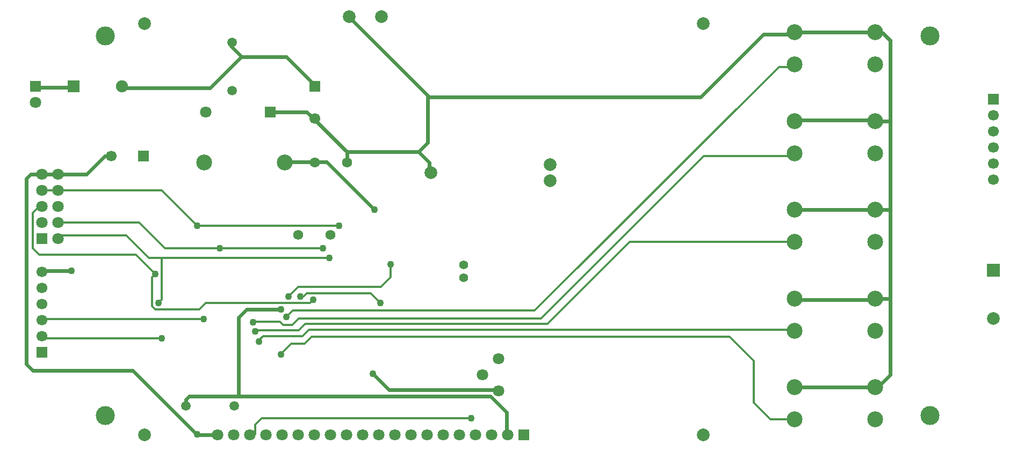
<source format=gtl>
%FSTAX23Y23*%
%MOIN*%
%SFA1B1*%

%IPPOS*%
%ADD10C,0.013701*%
%ADD11C,0.023583*%
%ADD12C,0.013780*%
%ADD13C,0.023622*%
%ADD14C,0.078740*%
%ADD15C,0.098425*%
%ADD16C,0.070866*%
%ADD17R,0.070866X0.070866*%
%ADD18C,0.118110*%
%ADD19R,0.066929X0.066929*%
%ADD20C,0.066929*%
%ADD21C,0.062992*%
%ADD22R,0.074803X0.074803*%
%ADD23C,0.074803*%
%ADD24R,0.066929X0.066929*%
%ADD25R,0.070866X0.070866*%
%ADD26R,0.078740X0.078740*%
%ADD27C,0.059055*%
%ADD28C,0.055118*%
%ADD29C,0.062008*%
%ADD30C,0.043307*%
%ADD31C,0.043307*%
%LNkradac270315-1*%
%LPD*%
G54D10*
X04777Y02183D02*
D01*
Y02182D02*
Y02183D01*
Y02182D02*
X04777D01*
X04789Y02194*
X04781Y02202D02*
X04789Y02194D01*
X04777Y-00021D02*
Y-00017D01*
X04277Y-00021D02*
Y-00017D01*
X-00393Y00482D02*
X00349D01*
X-00393D02*
Y00493D01*
Y00602D02*
X00609D01*
X-00393Y00593D02*
Y00602D01*
X01138Y00742D02*
X01198Y00802D01*
X01709*
X01769Y00862*
Y00942*
X04269Y01081D02*
X04277D01*
X-00393Y01302D02*
D01*
Y01302D02*
Y01302D01*
X-0041Y01302D02*
X-00393D01*
X-0045Y01262D02*
X-0041Y01302D01*
X-0045Y01042D02*
Y01262D01*
Y01042D02*
X-0041Y01002D01*
X00189*
X00309Y00882*
X01647Y00762D02*
X01708Y00701D01*
X01249Y00762D02*
X01647D01*
X01229Y00742D02*
X01249Y00762D01*
X01209Y00742D02*
X01229D01*
X00898Y-00118D02*
Y-00117D01*
X00929*
Y-00057*
X00969Y-00017*
X02269*
X01269Y00702D02*
X01289Y00722D01*
X00289Y00682D02*
X00309Y00662D01*
X00289Y00682D02*
Y00862D01*
X00309Y00882*
X00129Y01122D02*
X00269Y00982D01*
X-00293Y01122D02*
X00129D01*
X-00293Y01102D02*
Y01122D01*
X00329Y00702D02*
X00349Y00722D01*
X00569Y01182D02*
X01449D01*
X-00393Y01402D02*
X-0039D01*
X-00293Y01202D02*
D01*
Y01202D02*
Y01202D01*
Y01202D02*
X00209D01*
X00369Y01042*
X00709D02*
X01349D01*
X00769Y02322D02*
Y02322D01*
X00103Y02047D02*
D01*
X00089D02*
X00103D01*
X00089D02*
Y02048D01*
X04277Y00529D02*
D01*
Y00542D02*
X04309D01*
X04289Y01622D02*
Y01632D01*
X04277D02*
X04289D01*
X00269Y00982D02*
X00349D01*
X01389*
X00349Y00722D02*
Y00982D01*
X04269Y02183D02*
X04277D01*
X04269D02*
Y02202D01*
X00369Y01042D02*
X00549D01*
X01299Y02047D02*
Y02055D01*
X00769Y02322D02*
X00787D01*
X00309Y00662D02*
X00566D01*
X01137Y00702D02*
X01269D01*
X04269Y02162D02*
Y02183D01*
X04277Y00529D02*
Y00542D01*
G54D11*
X04277Y00178D02*
D01*
X04289*
Y00179*
X04286Y00182D02*
X04289Y00179D01*
X02589Y-00118D02*
Y-00117D01*
Y-00118D02*
X02598D01*
X04777Y00729D02*
D01*
Y00742*
X04789Y00182D02*
Y00202D01*
X04777Y00182D02*
X04789D01*
X04777Y00178D02*
Y00182D01*
X-00196Y02047D02*
D01*
Y02042D02*
Y02047D01*
X-00433Y02042D02*
X-00196D01*
X-00433D02*
Y02047D01*
X005Y00062D02*
Y00102D01*
X0052Y00122*
X02389D02*
X02489Y00022D01*
Y-00118D02*
Y00022D01*
Y-00118D02*
X02498D01*
X04289Y01282D02*
X04309D01*
X04289Y01281D02*
Y01282D01*
X04277Y01281D02*
X04289D01*
X-0049Y00322D02*
X-0045Y00282D01*
X00169*
X00029Y01614D02*
Y01622D01*
Y01614D02*
X00036D01*
X-00393Y00882D02*
Y00893D01*
X-0041Y00882D02*
X-00393D01*
X-0041D02*
Y00892D01*
X-004Y00902*
X-0021*
X01499Y01574D02*
Y01582D01*
X01509Y02462D02*
X01529D01*
X01509D02*
Y0248D01*
X01514*
X01289Y01847D02*
X01299D01*
X01659Y00262D02*
X01759Y00162D01*
X0244*
Y00154D02*
Y00162D01*
X00169Y00282D02*
X00544Y-00091D01*
X-0049Y00322D02*
Y01334D01*
X01474Y01477D02*
X01669Y01282D01*
X01023Y01889D02*
Y01902D01*
X01499Y01582D02*
X01503D01*
X02011Y01511D02*
X02019D01*
X0052Y00122D02*
X00787D01*
X0107D02*
X02389D01*
X04277Y01832D02*
Y01842D01*
X01529Y02462D02*
X01903Y02089D01*
G54D12*
X00503Y01042D02*
X00712D01*
X00349Y01402D02*
X00569Y01182D01*
X-0039Y01402D02*
X00349D01*
X00566Y00662D02*
X00582D01*
X00622Y00702*
X01137*
X01122Y00618D02*
X01125D01*
X02665Y00653D02*
X04181Y02169D01*
X04269*
X03712Y01614D02*
X04271D01*
X00917Y00586D02*
X01082D01*
X01102Y00566*
X01161*
X012Y00606*
X02704*
X03712Y01614*
X01125Y00614D02*
X01165Y00653D01*
X02665*
X02744Y0057D02*
X03254Y01081D01*
X04269*
X00921Y00527D02*
X00925D01*
X00929Y00531*
X012D02*
X0124Y0057D01*
X00929Y00531D02*
X012D01*
X0124Y0057D02*
X02744D01*
X00948Y00464D02*
X0098Y00496D01*
X01224*
X01263Y00535*
X04277*
X01086Y00381D02*
X01153Y00448D01*
X01236*
X01279Y00492*
X03874*
X04023Y00342*
Y00082D02*
X04127Y-00021D01*
X04277*
X04023Y00082D02*
Y00342D01*
G54D13*
X00544Y-00091D02*
X0057Y-00118D01*
X00698*
X-00003Y01614D02*
X00029D01*
X-00118Y015D02*
X-00003Y01614D01*
X-0049Y01474D02*
X-00464Y015D01*
X-0049Y01334D02*
Y01474D01*
X-00464Y015D02*
X-00118D01*
X00094Y02039D02*
X00649D01*
X00842Y02232*
X01122D02*
X01299Y02055D01*
X00779Y02299D02*
X00842Y02236D01*
Y02232D02*
Y02236D01*
X00779Y02299D02*
Y02326D01*
X00842Y02232D02*
X01122D01*
X01373Y01578D02*
X01474Y01477D01*
X0111Y01578D02*
X01373D01*
X01015Y01889D02*
X01251D01*
X01507Y01641D02*
X01944D01*
X01503Y0157D02*
Y01582D01*
X02011Y01511D02*
Y01574D01*
X01499Y01574D02*
Y01633D01*
X01944Y01641D02*
X02011Y01574D01*
X01944Y01641D02*
X02Y01697D01*
X00826Y0061D02*
X00878Y00662D01*
X01089*
X00826Y00122D02*
Y0061D01*
X00787Y00122D02*
X0107D01*
X04751Y00165D02*
X04771D01*
X04777Y00182D02*
X04796D01*
X0487Y00255*
X04818Y02385D02*
X0487Y02334D01*
X04783Y02385D02*
X04818D01*
X04777Y01832D02*
X04868D01*
X04777Y01282D02*
X04863D01*
X04777Y00729D02*
X04856D01*
X04858Y00728*
X04771Y01838D02*
X04777Y01832D01*
X04277Y01838D02*
X04771D01*
X04868Y01832D02*
X0487Y0183D01*
Y00255D02*
Y02334D01*
X04277Y02383D02*
X04757D01*
X04759Y02385*
X04277Y01281D02*
X04774D01*
X04779Y01275*
X04269Y00722D02*
X04781D01*
X04779Y00723D02*
X04781Y00722D01*
X04277Y00178D02*
X04774D01*
X04771Y00176D02*
X04774Y00178D01*
X04082Y0237D02*
X04283D01*
X03692Y0198D02*
X04082Y0237D01*
X01903Y02089D02*
X02Y01992D01*
Y0198D02*
X03692D01*
X01499Y01633D02*
X01507Y01641D01*
X01251Y01889D02*
X01503Y01637D01*
X02Y01697D02*
Y01992D01*
G54D14*
X00245Y-00119D03*
X0371D03*
X00245Y02439D03*
X0371D03*
X02759Y01461D03*
Y01561D03*
X02019Y01511D03*
X05511Y00605D03*
X01714Y0248D03*
X01514D03*
G54D15*
X04277Y01632D03*
X04777D03*
X04277Y01081D03*
X04777D03*
X04277Y00529D03*
X04777D03*
X04277Y-00021D03*
X04777D03*
X04277Y01832D03*
X04777D03*
X04277Y01281D03*
X04777D03*
X04277Y00729D03*
X04777D03*
X04277Y00178D03*
X04777D03*
X01114Y01574D03*
X00614D03*
X04777Y02383D03*
X04277D03*
X04777Y02183D03*
X04277D03*
G54D16*
X01198Y-00118D03*
X01098D03*
X01998D03*
X01898D03*
X01798D03*
X01698D03*
X01598D03*
X01498D03*
X01398D03*
X01298D03*
X02298D03*
X02098D03*
X00698D03*
X00798D03*
X00998D03*
X02198D03*
X02498D03*
X00898D03*
X02398D03*
X0244Y00354D03*
X0234Y00254D03*
X0244Y00154D03*
X00623Y01889D03*
X-00433Y01947D03*
X-00293Y01302D03*
X-00393D03*
X-00293Y01102D03*
Y01402D03*
X-00393D03*
X-00293Y01202D03*
X-00393D03*
Y01502D03*
X-00293D03*
G54D17*
X02598Y-00118D03*
X01023Y01889D03*
G54D18*
X0Y0D03*
Y02362D03*
X05118D03*
Y0D03*
G54D19*
X00236Y01614D03*
G54D20*
X00036Y01614D03*
X05511Y01868D03*
Y01768D03*
Y01668D03*
Y01568D03*
Y01468D03*
X-00393Y00593D03*
Y00793D03*
Y00693D03*
Y00493D03*
Y00893D03*
X01299Y01847D03*
G54D21*
X01299Y01574D03*
X01499D03*
G54D22*
X-00196Y02047D03*
G54D23*
X00103Y02047D03*
G54D24*
X05511Y01968D03*
X-00393Y00393D03*
X01299Y02047D03*
G54D25*
X-00433Y02047D03*
X-00393Y01102D03*
G54D26*
X05511Y00905D03*
G54D27*
X00787Y02322D03*
Y02022D03*
X005Y00062D03*
X008D03*
G54D28*
X02224Y00858D03*
Y00937D03*
G54D29*
X01396Y01125D03*
X01196D03*
G54D30*
X00569Y-00117D03*
X00349Y00482D03*
X00609Y00602D03*
X01138Y00742D03*
X01769Y00942D03*
X00309Y00882D03*
X01708Y00701D03*
X01209Y00742D03*
X01669Y01282D03*
X02269Y-00017D03*
X01089Y00662D03*
X01289Y00722D03*
X01389Y00982D03*
X00329Y00702D03*
X01449Y01182D03*
X01349Y01042D03*
X-0021Y00902D03*
X01659Y00262D03*
X01089Y00382D03*
G54D31*
X00569Y01182D03*
X00709Y01042D03*
X00917Y00582D03*
X00929Y00523D03*
X00952Y0046D03*
X01125Y00614D03*
M02*
</source>
